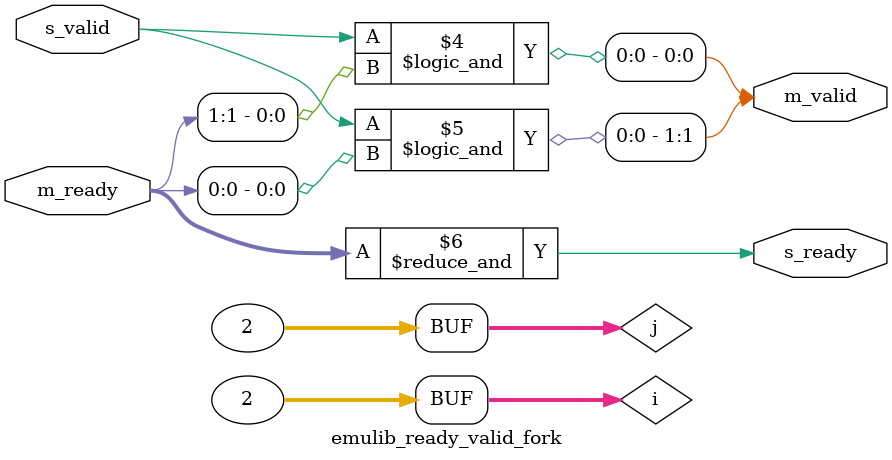
<source format=v>
`resetall
`timescale 1ns / 1ps
`default_nettype none

module emulib_ready_valid_fork #(
    parameter   BRANCHES    = 2
)(
    input  wire                 s_valid,
    output wire                 s_ready,

    output reg  [BRANCHES-1:0]  m_valid,
    input  wire [BRANCHES-1:0]  m_ready
);

    integer i, j;

    always @* begin
        m_valid = {BRANCHES{s_valid}};
        for (i = 0; i < BRANCHES; i = i + 1)
            for (j = 0; j < BRANCHES; j = j + 1)
                if (i != j)
                    m_valid[i] = m_valid[i] && m_ready[j];
    end

    assign s_ready = &m_ready;

endmodule

`resetall

</source>
